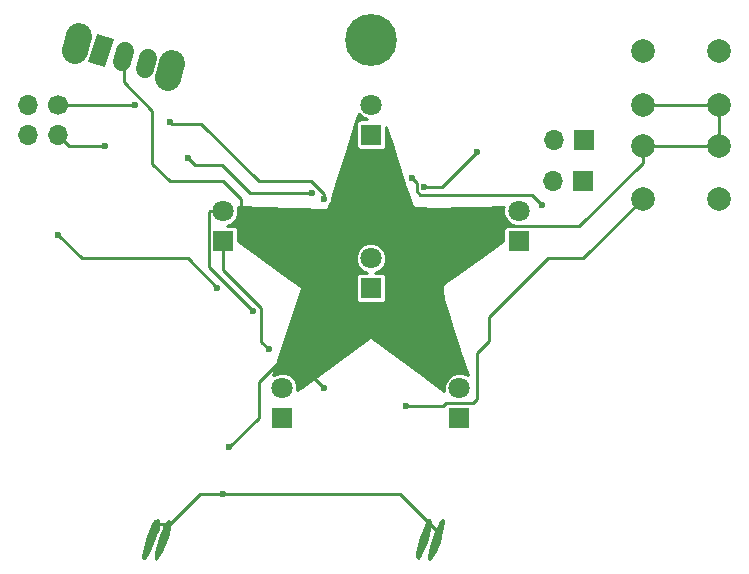
<source format=gbr>
G04 #@! TF.FileFunction,Copper,L1,Top,Signal*
%FSLAX46Y46*%
G04 Gerber Fmt 4.6, Leading zero omitted, Abs format (unit mm)*
G04 Created by KiCad (PCBNEW 4.0.7) date 2018 September 05, Wednesday 09:20:39*
%MOMM*%
%LPD*%
G01*
G04 APERTURE LIST*
%ADD10C,0.100000*%
%ADD11C,2.000000*%
%ADD12C,1.700000*%
%ADD13O,1.700000X1.700000*%
%ADD14R,1.700000X1.700000*%
%ADD15C,4.400000*%
%ADD16C,0.600000*%
%ADD17C,1.500000*%
%ADD18C,2.200000*%
%ADD19R,1.800000X1.800000*%
%ADD20C,1.800000*%
%ADD21C,0.250000*%
%ADD22C,0.254000*%
G04 APERTURE END LIST*
D10*
D11*
X64500000Y31750000D03*
X64500000Y36250000D03*
X58000000Y31750000D03*
X58000000Y36250000D03*
D12*
X8500000Y39750000D03*
D13*
X8500000Y37210000D03*
X5960000Y39750000D03*
X5960000Y37210000D03*
D11*
X58000000Y44250000D03*
X58000000Y39750000D03*
X64500000Y44250000D03*
X64500000Y39750000D03*
D14*
X53040000Y36750000D03*
D13*
X50500000Y36750000D03*
D14*
X53000000Y33250000D03*
D13*
X50460000Y33250000D03*
D15*
X35000000Y45250000D03*
D16*
X36650000Y45250000D03*
X36166726Y44083274D03*
X35000000Y43600000D03*
X33833274Y44083274D03*
X33350000Y45250000D03*
X33833274Y46416726D03*
X35000000Y46900000D03*
X36166726Y46416726D03*
D10*
G36*
X11089460Y43357700D02*
X11778553Y45760854D01*
X13220446Y45347398D01*
X12531353Y42944244D01*
X11089460Y43357700D01*
X11089460Y43357700D01*
G37*
D17*
X14215295Y44281905D02*
X13939657Y43320643D01*
X16137819Y43730631D02*
X15862181Y42769369D01*
D18*
X10315467Y45556207D02*
X9957139Y44306567D01*
X18197813Y43295981D02*
X17839485Y42046341D01*
D19*
X35000000Y37210000D03*
D20*
X35000000Y39750000D03*
D19*
X47500000Y28210000D03*
D20*
X47500000Y30750000D03*
D19*
X42500000Y13210000D03*
D20*
X42500000Y15750000D03*
D19*
X27500000Y13250000D03*
D20*
X27500000Y15790000D03*
D19*
X22500000Y28210000D03*
D20*
X22500000Y30750000D03*
D19*
X35000000Y24210000D03*
D20*
X35000000Y26750000D03*
D16*
X25000000Y22250000D03*
X22500000Y6750000D03*
X31000000Y15750000D03*
X23000000Y10750000D03*
X44000000Y35750000D03*
X39500000Y32750000D03*
X22000000Y24250000D03*
X8500000Y28750000D03*
X18000000Y38250000D03*
X15000000Y39750000D03*
X31000000Y31750000D03*
X19500000Y35250000D03*
X12500000Y36250000D03*
X30000000Y32250000D03*
X38500000Y33500000D03*
X26348645Y19022985D03*
X49500000Y31250000D03*
X38000000Y14250000D03*
D21*
X22500000Y30750000D02*
X21350000Y30750000D01*
X21350000Y30750000D02*
X21274999Y30674999D01*
X21274999Y30674999D02*
X21274999Y25975001D01*
X21274999Y25975001D02*
X25000000Y22250000D01*
X14077476Y43801274D02*
X14077476Y41672524D01*
X22500000Y33250000D02*
X24000000Y31750000D01*
X14077476Y41672524D02*
X16500000Y39250000D01*
X16500000Y39250000D02*
X16500000Y34750000D01*
X16500000Y34750000D02*
X18000000Y33250000D01*
X18000000Y33250000D02*
X22500000Y33250000D01*
X24000000Y31750000D02*
X24000000Y30750000D01*
X40500000Y3750000D02*
X40500000Y2250000D01*
X40000000Y4250000D02*
X40500000Y3750000D01*
X37500000Y6750000D02*
X40000000Y4250000D01*
X40000000Y4250000D02*
X39500000Y3750000D01*
X17500000Y4250000D02*
X17000000Y4250000D01*
X17500000Y4250000D02*
X17500000Y2750000D01*
X18000000Y4250000D02*
X17500000Y4250000D01*
X17000000Y3750000D02*
X16500000Y3250000D01*
X17000000Y4250000D02*
X17000000Y3750000D01*
X37500000Y6750000D02*
X37770000Y6480000D01*
X22500000Y6750000D02*
X37500000Y6750000D01*
X20500000Y6750000D02*
X18000000Y4250000D01*
X22500000Y6750000D02*
X20500000Y6750000D01*
X31000000Y15750000D02*
X30000000Y16750000D01*
X58000000Y36250000D02*
X58000000Y34835787D01*
X52599214Y29435001D02*
X46185001Y29435001D01*
X58000000Y34835787D02*
X52599214Y29435001D01*
X64500000Y36250000D02*
X58000000Y36250000D01*
X64500000Y39750000D02*
X58000000Y39750000D01*
X64500000Y36250000D02*
X64500000Y39750000D01*
X25500000Y16250000D02*
X27500000Y18250000D01*
X25500000Y13250000D02*
X25500000Y16250000D01*
X23000000Y10750000D02*
X25500000Y13250000D01*
X39500000Y32750000D02*
X41000000Y32750000D01*
X41000000Y32750000D02*
X44000000Y35750000D01*
X10500000Y26750000D02*
X19000000Y26750000D01*
X22000000Y24250000D02*
X19500000Y26750000D01*
X19500000Y26750000D02*
X19000000Y26750000D01*
X8500000Y28750000D02*
X10500000Y26750000D01*
X18868455Y38118455D02*
X18131545Y38118455D01*
X18131545Y38118455D02*
X18000000Y38250000D01*
X15000000Y39750000D02*
X8500000Y39750000D01*
X25500000Y33250000D02*
X20631545Y38118455D01*
X20631545Y38118455D02*
X18868455Y38118455D01*
X29924264Y33250000D02*
X25500000Y33250000D01*
X31000000Y31750000D02*
X31000000Y32174264D01*
X31000000Y32174264D02*
X29924264Y33250000D01*
X22368455Y34618455D02*
X20131545Y34618455D01*
X20131545Y34618455D02*
X19500000Y35250000D01*
X12500000Y36250000D02*
X9460000Y36250000D01*
X9460000Y36250000D02*
X8500000Y37210000D01*
X25000000Y32250000D02*
X24736910Y32250000D01*
X24736910Y32250000D02*
X22368455Y34618455D01*
X30000000Y32250000D02*
X25000000Y32250000D01*
X38874999Y32449999D02*
X38874999Y33125001D01*
X38874999Y33125001D02*
X38500000Y33500000D01*
X22500000Y28210000D02*
X22500000Y25750000D01*
X22500000Y25750000D02*
X25724999Y22525001D01*
X25724999Y19646631D02*
X26348645Y19022985D01*
X25724999Y22525001D02*
X25724999Y19646631D01*
X49500000Y31250000D02*
X48625001Y32124999D01*
X48625001Y32124999D02*
X39199999Y32124999D01*
X39199999Y32124999D02*
X38874999Y32449999D01*
X38000000Y14250000D02*
X41065000Y14250000D01*
X44000000Y18750000D02*
X45000000Y19750000D01*
X41065000Y14250000D02*
X41339999Y14524999D01*
X50000000Y26750000D02*
X53000000Y26750000D01*
X41339999Y14524999D02*
X43660001Y14524999D01*
X43660001Y14524999D02*
X44000000Y14864998D01*
X44000000Y14864998D02*
X44000000Y18750000D01*
X53000000Y26750000D02*
X58000000Y31750000D01*
X45000000Y19750000D02*
X45000000Y21750000D01*
X45000000Y21750000D02*
X50000000Y26750000D01*
D22*
G36*
X16995223Y4347815D02*
X16847270Y3687982D01*
X16635638Y3058141D01*
X16250158Y2068880D01*
X15961308Y1502754D01*
X15809086Y1362292D01*
X15740210Y1403232D01*
X15740471Y1645291D01*
X15866735Y2221730D01*
X16080428Y2948879D01*
X16335476Y3677527D01*
X16585349Y4262895D01*
X16728164Y4498176D01*
X16948446Y4558558D01*
X16995223Y4347815D01*
X16995223Y4347815D01*
G37*
X16995223Y4347815D02*
X16847270Y3687982D01*
X16635638Y3058141D01*
X16250158Y2068880D01*
X15961308Y1502754D01*
X15809086Y1362292D01*
X15740210Y1403232D01*
X15740471Y1645291D01*
X15866735Y2221730D01*
X16080428Y2948879D01*
X16335476Y3677527D01*
X16585349Y4262895D01*
X16728164Y4498176D01*
X16948446Y4558558D01*
X16995223Y4347815D01*
G36*
X17874554Y4459043D02*
X17888151Y4437869D01*
X17943506Y4058325D01*
X17792853Y3365848D01*
X17573600Y2727960D01*
X17231896Y1929993D01*
X16932819Y1422860D01*
X16792921Y1295644D01*
X16788562Y1299763D01*
X16802677Y1734916D01*
X16813585Y1804358D01*
X16979056Y2458875D01*
X17259445Y3275859D01*
X17423160Y3680132D01*
X17711681Y4295832D01*
X17845881Y4469663D01*
X17874554Y4459043D01*
X17874554Y4459043D01*
G37*
X17874554Y4459043D02*
X17888151Y4437869D01*
X17943506Y4058325D01*
X17792853Y3365848D01*
X17573600Y2727960D01*
X17231896Y1929993D01*
X16932819Y1422860D01*
X16792921Y1295644D01*
X16788562Y1299763D01*
X16802677Y1734916D01*
X16813585Y1804358D01*
X16979056Y2458875D01*
X17259445Y3275859D01*
X17423160Y3680132D01*
X17711681Y4295832D01*
X17845881Y4469663D01*
X17874554Y4459043D01*
G36*
X39977208Y4466024D02*
X39951742Y3992484D01*
X39803896Y3309743D01*
X39627950Y2762535D01*
X39283105Y1882289D01*
X39043750Y1433420D01*
X38976200Y1393301D01*
X38898766Y1498326D01*
X38908547Y1823494D01*
X39049525Y2442339D01*
X39277277Y3185482D01*
X39541448Y3893601D01*
X39790887Y4411734D01*
X39867829Y4519717D01*
X39941055Y4555581D01*
X39977208Y4466024D01*
X39977208Y4466024D01*
G37*
X39977208Y4466024D02*
X39951742Y3992484D01*
X39803896Y3309743D01*
X39627950Y2762535D01*
X39283105Y1882289D01*
X39043750Y1433420D01*
X38976200Y1393301D01*
X38898766Y1498326D01*
X38908547Y1823494D01*
X39049525Y2442339D01*
X39277277Y3185482D01*
X39541448Y3893601D01*
X39790887Y4411734D01*
X39867829Y4519717D01*
X39941055Y4555581D01*
X39977208Y4466024D01*
G36*
X41102148Y4460239D02*
X41061225Y3964773D01*
X40886022Y3235584D01*
X40728769Y2757631D01*
X40400595Y1968820D01*
X40099957Y1450874D01*
X39935789Y1298347D01*
X39910710Y1316699D01*
X39890882Y1496654D01*
X39968612Y1922735D01*
X40173923Y2601602D01*
X40448294Y3364359D01*
X40731760Y4047033D01*
X40962917Y4486682D01*
X40987071Y4517152D01*
X41067121Y4554386D01*
X41102148Y4460239D01*
X41102148Y4460239D01*
G37*
X41102148Y4460239D02*
X41061225Y3964773D01*
X40886022Y3235584D01*
X40728769Y2757631D01*
X40400595Y1968820D01*
X40099957Y1450874D01*
X39935789Y1298347D01*
X39910710Y1316699D01*
X39890882Y1496654D01*
X39968612Y1922735D01*
X40173923Y2601602D01*
X40448294Y3364359D01*
X40731760Y4047033D01*
X40962917Y4486682D01*
X40987071Y4517152D01*
X41067121Y4554386D01*
X41102148Y4460239D01*
G36*
X34273425Y38664655D02*
X34673656Y38498464D01*
X34100000Y38498464D01*
X33958810Y38471897D01*
X33829135Y38388454D01*
X33742141Y38261134D01*
X33711536Y38110000D01*
X33711536Y36310000D01*
X33738103Y36168810D01*
X33821546Y36039135D01*
X33948866Y35952141D01*
X34100000Y35921536D01*
X35900000Y35921536D01*
X36041190Y35948103D01*
X36170865Y36031546D01*
X36257859Y36158866D01*
X36288464Y36310000D01*
X36288464Y37883161D01*
X36628360Y36846584D01*
X36692068Y36647398D01*
X37154844Y35197860D01*
X37154854Y35197828D01*
X37574981Y33883096D01*
X37574994Y33883057D01*
X37931711Y32767998D01*
X37931730Y32767938D01*
X38204277Y31917421D01*
X38204319Y31917289D01*
X38371936Y31396180D01*
X38372081Y31395732D01*
X38413153Y31269648D01*
X38442961Y31220341D01*
X38538529Y31122289D01*
X38594183Y31088934D01*
X38838965Y31018120D01*
X38861470Y31013764D01*
X39305171Y30968857D01*
X39314231Y30968266D01*
X40006556Y30947935D01*
X40010658Y30947881D01*
X41001311Y30950797D01*
X41003292Y30950818D01*
X42341978Y30975650D01*
X42342944Y30975671D01*
X44079367Y31021088D01*
X44079664Y31021097D01*
X44307382Y31027587D01*
X46101765Y31075164D01*
X46249142Y31077977D01*
X46219223Y31005924D01*
X46218778Y30496311D01*
X46413388Y30025320D01*
X46773425Y29664655D01*
X47173656Y29498464D01*
X46600000Y29498464D01*
X46458810Y29471897D01*
X46329135Y29388454D01*
X46242141Y29261134D01*
X46211536Y29110000D01*
X46211536Y28222108D01*
X45565585Y27760469D01*
X44329610Y26880416D01*
X44329138Y26880079D01*
X43213096Y26077711D01*
X43212528Y26077300D01*
X42271395Y25392771D01*
X42270533Y25392138D01*
X41559108Y24865470D01*
X41557183Y24864016D01*
X41130265Y24535233D01*
X41123843Y24529943D01*
X41028347Y24445884D01*
X40997869Y24405727D01*
X40985259Y24350232D01*
X40986023Y24050209D01*
X40988977Y24023300D01*
X41142405Y23324415D01*
X41144117Y23317539D01*
X41443042Y22245410D01*
X41444002Y22242137D01*
X41881259Y20822381D01*
X41881900Y20820361D01*
X42450322Y19078595D01*
X42450588Y19077789D01*
X42480943Y18986839D01*
X42960256Y17539280D01*
X43183122Y16853388D01*
X42755924Y17030777D01*
X42246311Y17031222D01*
X41775320Y16836612D01*
X41414655Y16476575D01*
X41219223Y16005924D01*
X41218816Y15539818D01*
X40206146Y16276665D01*
X39407873Y16862178D01*
X35052084Y20066829D01*
X35006355Y20088050D01*
X34955973Y20089809D01*
X34901759Y20066975D01*
X30401576Y16769531D01*
X29156600Y15860131D01*
X28780824Y15587462D01*
X28781222Y16043689D01*
X28586612Y16514680D01*
X28226575Y16875345D01*
X27755924Y17070777D01*
X27246311Y17071222D01*
X26775320Y16876612D01*
X26742693Y16844042D01*
X27039930Y17766606D01*
X27413886Y18898062D01*
X29187406Y24208232D01*
X29193568Y24258267D01*
X29179778Y24306758D01*
X29140882Y24351724D01*
X28081846Y25110000D01*
X33711536Y25110000D01*
X33711536Y23310000D01*
X33738103Y23168810D01*
X33821546Y23039135D01*
X33948866Y22952141D01*
X34100000Y22921536D01*
X35900000Y22921536D01*
X36041190Y22948103D01*
X36170865Y23031546D01*
X36257859Y23158866D01*
X36288464Y23310000D01*
X36288464Y25110000D01*
X36261897Y25251190D01*
X36178454Y25380865D01*
X36051134Y25467859D01*
X35900000Y25498464D01*
X35325534Y25498464D01*
X35724680Y25663388D01*
X36085345Y26023425D01*
X36280777Y26494076D01*
X36281222Y27003689D01*
X36086612Y27474680D01*
X35726575Y27835345D01*
X35255924Y28030777D01*
X34746311Y28031222D01*
X34275320Y27836612D01*
X33914655Y27476575D01*
X33719223Y27005924D01*
X33718778Y26496311D01*
X33913388Y26025320D01*
X34273425Y25664655D01*
X34673656Y25498464D01*
X34100000Y25498464D01*
X33958810Y25471897D01*
X33829135Y25388454D01*
X33742141Y25261134D01*
X33711536Y25110000D01*
X28081846Y25110000D01*
X24623796Y27585982D01*
X23788464Y28191852D01*
X23788464Y29110000D01*
X23761897Y29251190D01*
X23678454Y29380865D01*
X23551134Y29467859D01*
X23400000Y29498464D01*
X22825534Y29498464D01*
X23224680Y29663388D01*
X23585345Y30023425D01*
X23780777Y30494076D01*
X23781222Y31003689D01*
X23753012Y31071963D01*
X24179693Y31063308D01*
X25657142Y31024111D01*
X31285573Y30864991D01*
X31335246Y30873596D01*
X31377658Y30900849D01*
X31410240Y30953612D01*
X31523014Y31309862D01*
X31576987Y31363741D01*
X31680882Y31613946D01*
X31681052Y31809098D01*
X32300247Y33765115D01*
X32963678Y35853915D01*
X33507456Y37548012D01*
X33944991Y38885579D01*
X33972293Y38966312D01*
X34273425Y38664655D01*
X34273425Y38664655D01*
G37*
X34273425Y38664655D02*
X34673656Y38498464D01*
X34100000Y38498464D01*
X33958810Y38471897D01*
X33829135Y38388454D01*
X33742141Y38261134D01*
X33711536Y38110000D01*
X33711536Y36310000D01*
X33738103Y36168810D01*
X33821546Y36039135D01*
X33948866Y35952141D01*
X34100000Y35921536D01*
X35900000Y35921536D01*
X36041190Y35948103D01*
X36170865Y36031546D01*
X36257859Y36158866D01*
X36288464Y36310000D01*
X36288464Y37883161D01*
X36628360Y36846584D01*
X36692068Y36647398D01*
X37154844Y35197860D01*
X37154854Y35197828D01*
X37574981Y33883096D01*
X37574994Y33883057D01*
X37931711Y32767998D01*
X37931730Y32767938D01*
X38204277Y31917421D01*
X38204319Y31917289D01*
X38371936Y31396180D01*
X38372081Y31395732D01*
X38413153Y31269648D01*
X38442961Y31220341D01*
X38538529Y31122289D01*
X38594183Y31088934D01*
X38838965Y31018120D01*
X38861470Y31013764D01*
X39305171Y30968857D01*
X39314231Y30968266D01*
X40006556Y30947935D01*
X40010658Y30947881D01*
X41001311Y30950797D01*
X41003292Y30950818D01*
X42341978Y30975650D01*
X42342944Y30975671D01*
X44079367Y31021088D01*
X44079664Y31021097D01*
X44307382Y31027587D01*
X46101765Y31075164D01*
X46249142Y31077977D01*
X46219223Y31005924D01*
X46218778Y30496311D01*
X46413388Y30025320D01*
X46773425Y29664655D01*
X47173656Y29498464D01*
X46600000Y29498464D01*
X46458810Y29471897D01*
X46329135Y29388454D01*
X46242141Y29261134D01*
X46211536Y29110000D01*
X46211536Y28222108D01*
X45565585Y27760469D01*
X44329610Y26880416D01*
X44329138Y26880079D01*
X43213096Y26077711D01*
X43212528Y26077300D01*
X42271395Y25392771D01*
X42270533Y25392138D01*
X41559108Y24865470D01*
X41557183Y24864016D01*
X41130265Y24535233D01*
X41123843Y24529943D01*
X41028347Y24445884D01*
X40997869Y24405727D01*
X40985259Y24350232D01*
X40986023Y24050209D01*
X40988977Y24023300D01*
X41142405Y23324415D01*
X41144117Y23317539D01*
X41443042Y22245410D01*
X41444002Y22242137D01*
X41881259Y20822381D01*
X41881900Y20820361D01*
X42450322Y19078595D01*
X42450588Y19077789D01*
X42480943Y18986839D01*
X42960256Y17539280D01*
X43183122Y16853388D01*
X42755924Y17030777D01*
X42246311Y17031222D01*
X41775320Y16836612D01*
X41414655Y16476575D01*
X41219223Y16005924D01*
X41218816Y15539818D01*
X40206146Y16276665D01*
X39407873Y16862178D01*
X35052084Y20066829D01*
X35006355Y20088050D01*
X34955973Y20089809D01*
X34901759Y20066975D01*
X30401576Y16769531D01*
X29156600Y15860131D01*
X28780824Y15587462D01*
X28781222Y16043689D01*
X28586612Y16514680D01*
X28226575Y16875345D01*
X27755924Y17070777D01*
X27246311Y17071222D01*
X26775320Y16876612D01*
X26742693Y16844042D01*
X27039930Y17766606D01*
X27413886Y18898062D01*
X29187406Y24208232D01*
X29193568Y24258267D01*
X29179778Y24306758D01*
X29140882Y24351724D01*
X28081846Y25110000D01*
X33711536Y25110000D01*
X33711536Y23310000D01*
X33738103Y23168810D01*
X33821546Y23039135D01*
X33948866Y22952141D01*
X34100000Y22921536D01*
X35900000Y22921536D01*
X36041190Y22948103D01*
X36170865Y23031546D01*
X36257859Y23158866D01*
X36288464Y23310000D01*
X36288464Y25110000D01*
X36261897Y25251190D01*
X36178454Y25380865D01*
X36051134Y25467859D01*
X35900000Y25498464D01*
X35325534Y25498464D01*
X35724680Y25663388D01*
X36085345Y26023425D01*
X36280777Y26494076D01*
X36281222Y27003689D01*
X36086612Y27474680D01*
X35726575Y27835345D01*
X35255924Y28030777D01*
X34746311Y28031222D01*
X34275320Y27836612D01*
X33914655Y27476575D01*
X33719223Y27005924D01*
X33718778Y26496311D01*
X33913388Y26025320D01*
X34273425Y25664655D01*
X34673656Y25498464D01*
X34100000Y25498464D01*
X33958810Y25471897D01*
X33829135Y25388454D01*
X33742141Y25261134D01*
X33711536Y25110000D01*
X28081846Y25110000D01*
X24623796Y27585982D01*
X23788464Y28191852D01*
X23788464Y29110000D01*
X23761897Y29251190D01*
X23678454Y29380865D01*
X23551134Y29467859D01*
X23400000Y29498464D01*
X22825534Y29498464D01*
X23224680Y29663388D01*
X23585345Y30023425D01*
X23780777Y30494076D01*
X23781222Y31003689D01*
X23753012Y31071963D01*
X24179693Y31063308D01*
X25657142Y31024111D01*
X31285573Y30864991D01*
X31335246Y30873596D01*
X31377658Y30900849D01*
X31410240Y30953612D01*
X31523014Y31309862D01*
X31576987Y31363741D01*
X31680882Y31613946D01*
X31681052Y31809098D01*
X32300247Y33765115D01*
X32963678Y35853915D01*
X33507456Y37548012D01*
X33944991Y38885579D01*
X33972293Y38966312D01*
X34273425Y38664655D01*
M02*

</source>
